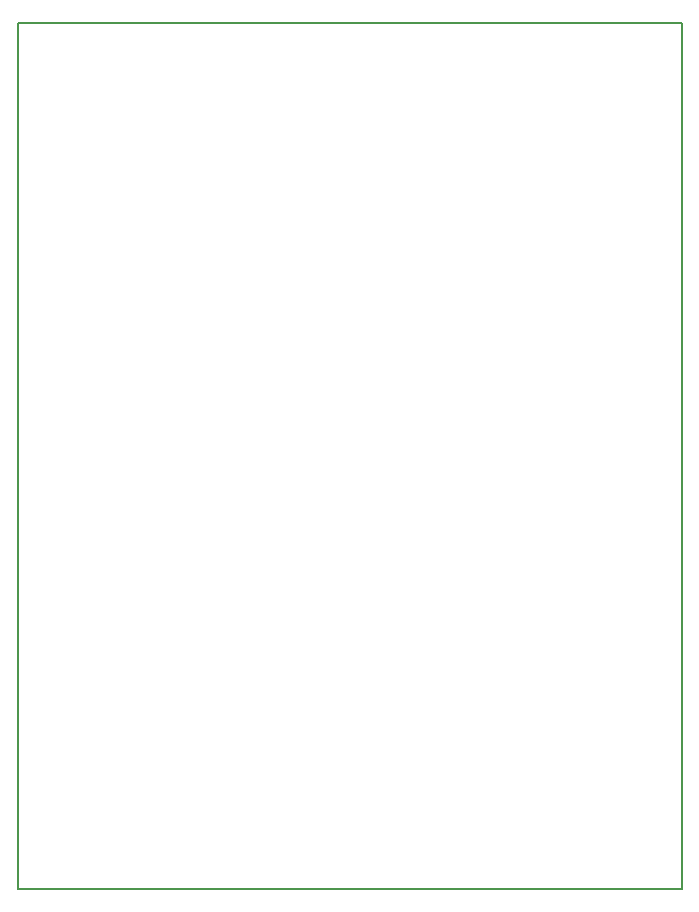
<source format=gko>
G75*
%MOIN*%
%OFA0B0*%
%FSLAX25Y25*%
%IPPOS*%
%LPD*%
%AMOC8*
5,1,8,0,0,1.08239X$1,22.5*
%
%ADD10C,0.00800*%
D10*
X0139583Y0047083D02*
X0139583Y0335833D01*
X0360833Y0335833D01*
X0360833Y0047083D01*
X0139583Y0047083D01*
M02*

</source>
